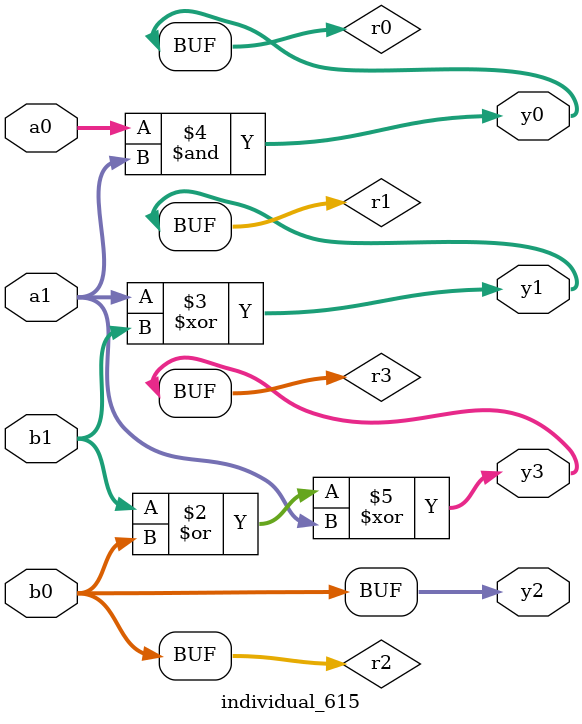
<source format=sv>
module individual_615(input logic [15:0] a1, input logic [15:0] a0, input logic [15:0] b1, input logic [15:0] b0, output logic [15:0] y3, output logic [15:0] y2, output logic [15:0] y1, output logic [15:0] y0);
logic [15:0] r0, r1, r2, r3; 
 always@(*) begin 
	 r0 = a0; r1 = a1; r2 = b0; r3 = b1; 
 	 r3  |=  r2 ;
 	 r1  ^=  b1 ;
 	 r0  &=  a1 ;
 	 r3  ^=  a1 ;
 	 y3 = r3; y2 = r2; y1 = r1; y0 = r0; 
end
endmodule
</source>
